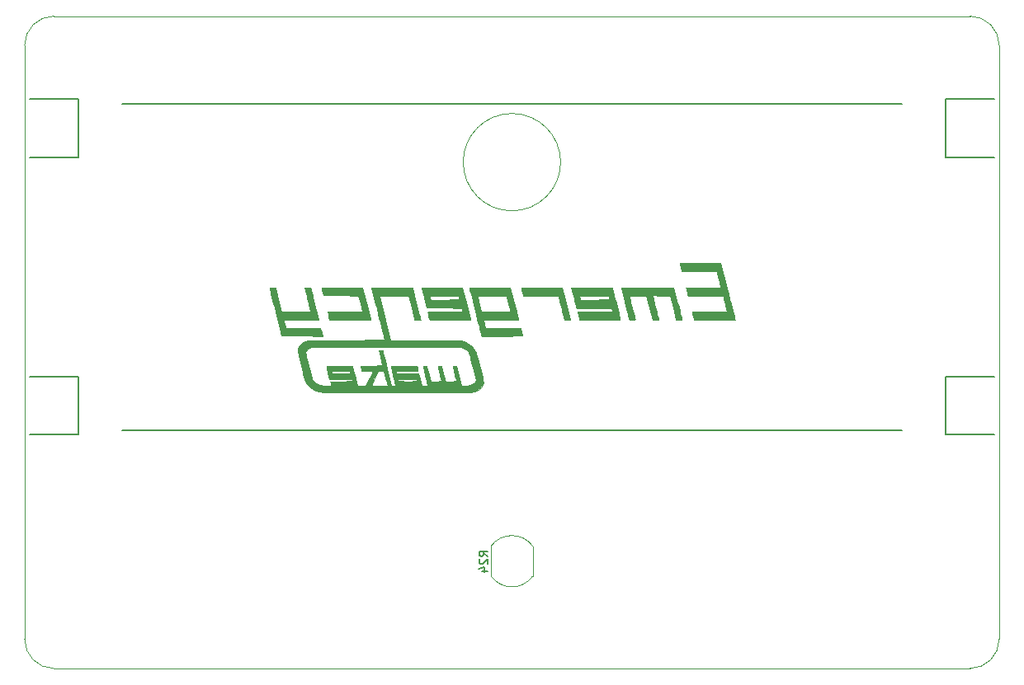
<source format=gbr>
G04 #@! TF.GenerationSoftware,KiCad,Pcbnew,5.1.5-52549c5~84~ubuntu16.04.1*
G04 #@! TF.CreationDate,2020-02-20T20:55:12+01:00*
G04 #@! TF.ProjectId,EmergencyWake,456d6572-6765-46e6-9379-57616b652e6b,rev?*
G04 #@! TF.SameCoordinates,PX5f5e100PY5f5e100*
G04 #@! TF.FileFunction,Legend,Bot*
G04 #@! TF.FilePolarity,Positive*
%FSLAX46Y46*%
G04 Gerber Fmt 4.6, Leading zero omitted, Abs format (unit mm)*
G04 Created by KiCad (PCBNEW 5.1.5-52549c5~84~ubuntu16.04.1) date 2020-02-20 20:55:12*
%MOMM*%
%LPD*%
G04 APERTURE LIST*
%ADD10C,0.150000*%
%ADD11C,0.050000*%
%ADD12C,0.010000*%
%ADD13C,0.120000*%
G04 APERTURE END LIST*
D10*
X94500000Y-43000000D02*
X99500000Y-43000000D01*
X94500000Y-37000000D02*
X94500000Y-43000000D01*
X99500000Y-37000000D02*
X94500000Y-37000000D01*
X5500000Y-43000000D02*
X500000Y-43000000D01*
X5500000Y-37000000D02*
X5500000Y-43000000D01*
X500000Y-37000000D02*
X5500000Y-37000000D01*
X94500000Y-14500000D02*
X99500000Y-14500000D01*
X94500000Y-8500000D02*
X94500000Y-14500000D01*
X99500000Y-8500000D02*
X94500000Y-8500000D01*
X5500000Y-14500000D02*
X500000Y-14500000D01*
X5500000Y-8500000D02*
X5500000Y-14500000D01*
X500000Y-8500000D02*
X5500000Y-8500000D01*
D11*
X55000000Y-15000000D02*
G75*
G03X55000000Y-15000000I-5000000J0D01*
G01*
X3000000Y-67000000D02*
G75*
G02X0Y-64000000I0J3000000D01*
G01*
X100000000Y-64000000D02*
G75*
G02X97000000Y-67000000I-3000000J0D01*
G01*
X97000000Y0D02*
G75*
G02X100000000Y-3000000I0J-3000000D01*
G01*
X0Y-3000000D02*
G75*
G02X3000000Y0I3000000J0D01*
G01*
X0Y-64000000D02*
X0Y-3000000D01*
X97000000Y-67000000D02*
X3000000Y-67000000D01*
X100000000Y-3000000D02*
X100000000Y-64000000D01*
X3000000Y0D02*
X97000000Y0D01*
D10*
X90000000Y-42500000D02*
X10000000Y-42500000D01*
X90000000Y-9000000D02*
X10000000Y-9000000D01*
D12*
G36*
X30479887Y-27946187D02*
G01*
X30500818Y-28033337D01*
X30533984Y-28174251D01*
X30572626Y-28340185D01*
X30577059Y-28359333D01*
X30650533Y-28676833D01*
X32453480Y-28687867D01*
X34256427Y-28698900D01*
X34467305Y-29513367D01*
X34678183Y-30327833D01*
X32884899Y-30338872D01*
X31091616Y-30349910D01*
X31115101Y-30444705D01*
X31135918Y-30531402D01*
X31168995Y-30671949D01*
X31207590Y-30837691D01*
X31212061Y-30857000D01*
X31285537Y-31174500D01*
X35497479Y-31196458D01*
X35467869Y-31079646D01*
X35451094Y-31012952D01*
X35416245Y-30874014D01*
X35365801Y-30672719D01*
X35302238Y-30418957D01*
X35228033Y-30122617D01*
X35145664Y-29793588D01*
X35057607Y-29441761D01*
X35051577Y-29417667D01*
X34664894Y-27872500D01*
X32560542Y-27861521D01*
X30456189Y-27850542D01*
X30479887Y-27946187D01*
G37*
X30479887Y-27946187D02*
X30500818Y-28033337D01*
X30533984Y-28174251D01*
X30572626Y-28340185D01*
X30577059Y-28359333D01*
X30650533Y-28676833D01*
X32453480Y-28687867D01*
X34256427Y-28698900D01*
X34467305Y-29513367D01*
X34678183Y-30327833D01*
X32884899Y-30338872D01*
X31091616Y-30349910D01*
X31115101Y-30444705D01*
X31135918Y-30531402D01*
X31168995Y-30671949D01*
X31207590Y-30837691D01*
X31212061Y-30857000D01*
X31285537Y-31174500D01*
X35497479Y-31196458D01*
X35467869Y-31079646D01*
X35451094Y-31012952D01*
X35416245Y-30874014D01*
X35365801Y-30672719D01*
X35302238Y-30418957D01*
X35228033Y-30122617D01*
X35145664Y-29793588D01*
X35057607Y-29441761D01*
X35051577Y-29417667D01*
X34664894Y-27872500D01*
X32560542Y-27861521D01*
X30456189Y-27850542D01*
X30479887Y-27946187D01*
G36*
X40726582Y-27944658D02*
G01*
X40745238Y-28011592D01*
X40781180Y-28147690D01*
X40831057Y-28339998D01*
X40891522Y-28575566D01*
X40959227Y-28841442D01*
X40997555Y-28992805D01*
X41238657Y-29946833D01*
X43040519Y-29957868D01*
X44842382Y-29968902D01*
X44870035Y-30084868D01*
X44898944Y-30199634D01*
X44919697Y-30274917D01*
X44920997Y-30292913D01*
X44908309Y-30307742D01*
X44874295Y-30319708D01*
X44811614Y-30329117D01*
X44712929Y-30336274D01*
X44570899Y-30341483D01*
X44378185Y-30345049D01*
X44127449Y-30347277D01*
X43811350Y-30348473D01*
X43422550Y-30348941D01*
X43136834Y-30349000D01*
X42698432Y-30349166D01*
X42337355Y-30349869D01*
X42046262Y-30351412D01*
X41817812Y-30354101D01*
X41644662Y-30358241D01*
X41519473Y-30364137D01*
X41434902Y-30372094D01*
X41383608Y-30382417D01*
X41358249Y-30395410D01*
X41351486Y-30411379D01*
X41353461Y-30423083D01*
X41377337Y-30511205D01*
X41409378Y-30636108D01*
X41416964Y-30666500D01*
X41456684Y-30824394D01*
X41499620Y-30992005D01*
X41505782Y-31015750D01*
X41552597Y-31195667D01*
X45741947Y-31195667D01*
X45711810Y-31079250D01*
X45694993Y-31012622D01*
X45660263Y-30873710D01*
X45610081Y-30672408D01*
X45546910Y-30418609D01*
X45473212Y-30122207D01*
X45391450Y-29793097D01*
X45304086Y-29441172D01*
X45298253Y-29417667D01*
X45211590Y-29068417D01*
X44597098Y-29068417D01*
X44579549Y-29083092D01*
X44522274Y-29094981D01*
X44418543Y-29104325D01*
X44261627Y-29111362D01*
X44044798Y-29116335D01*
X43761327Y-29119484D01*
X43404484Y-29121050D01*
X43117657Y-29121333D01*
X41637980Y-29121333D01*
X41593893Y-28962583D01*
X41565079Y-28846149D01*
X41550140Y-28761046D01*
X41549570Y-28750917D01*
X41567118Y-28736241D01*
X41624394Y-28724352D01*
X41728125Y-28715008D01*
X41885040Y-28707971D01*
X42101869Y-28702998D01*
X42385341Y-28699849D01*
X42742184Y-28698283D01*
X43029011Y-28698000D01*
X44508687Y-28698000D01*
X44552775Y-28856750D01*
X44581588Y-28973184D01*
X44596528Y-29058287D01*
X44597098Y-29068417D01*
X45211590Y-29068417D01*
X44914834Y-27872500D01*
X42805772Y-27861520D01*
X40696710Y-27850539D01*
X40726582Y-27944658D01*
G37*
X40726582Y-27944658D02*
X40745238Y-28011592D01*
X40781180Y-28147690D01*
X40831057Y-28339998D01*
X40891522Y-28575566D01*
X40959227Y-28841442D01*
X40997555Y-28992805D01*
X41238657Y-29946833D01*
X43040519Y-29957868D01*
X44842382Y-29968902D01*
X44870035Y-30084868D01*
X44898944Y-30199634D01*
X44919697Y-30274917D01*
X44920997Y-30292913D01*
X44908309Y-30307742D01*
X44874295Y-30319708D01*
X44811614Y-30329117D01*
X44712929Y-30336274D01*
X44570899Y-30341483D01*
X44378185Y-30345049D01*
X44127449Y-30347277D01*
X43811350Y-30348473D01*
X43422550Y-30348941D01*
X43136834Y-30349000D01*
X42698432Y-30349166D01*
X42337355Y-30349869D01*
X42046262Y-30351412D01*
X41817812Y-30354101D01*
X41644662Y-30358241D01*
X41519473Y-30364137D01*
X41434902Y-30372094D01*
X41383608Y-30382417D01*
X41358249Y-30395410D01*
X41351486Y-30411379D01*
X41353461Y-30423083D01*
X41377337Y-30511205D01*
X41409378Y-30636108D01*
X41416964Y-30666500D01*
X41456684Y-30824394D01*
X41499620Y-30992005D01*
X41505782Y-31015750D01*
X41552597Y-31195667D01*
X45741947Y-31195667D01*
X45711810Y-31079250D01*
X45694993Y-31012622D01*
X45660263Y-30873710D01*
X45610081Y-30672408D01*
X45546910Y-30418609D01*
X45473212Y-30122207D01*
X45391450Y-29793097D01*
X45304086Y-29441172D01*
X45298253Y-29417667D01*
X45211590Y-29068417D01*
X44597098Y-29068417D01*
X44579549Y-29083092D01*
X44522274Y-29094981D01*
X44418543Y-29104325D01*
X44261627Y-29111362D01*
X44044798Y-29116335D01*
X43761327Y-29119484D01*
X43404484Y-29121050D01*
X43117657Y-29121333D01*
X41637980Y-29121333D01*
X41593893Y-28962583D01*
X41565079Y-28846149D01*
X41550140Y-28761046D01*
X41549570Y-28750917D01*
X41567118Y-28736241D01*
X41624394Y-28724352D01*
X41728125Y-28715008D01*
X41885040Y-28707971D01*
X42101869Y-28702998D01*
X42385341Y-28699849D01*
X42742184Y-28698283D01*
X43029011Y-28698000D01*
X44508687Y-28698000D01*
X44552775Y-28856750D01*
X44581588Y-28973184D01*
X44596528Y-29058287D01*
X44597098Y-29068417D01*
X45211590Y-29068417D01*
X44914834Y-27872500D01*
X42805772Y-27861520D01*
X40696710Y-27850539D01*
X40726582Y-27944658D01*
G36*
X51018765Y-28115917D02*
G01*
X51058369Y-28286220D01*
X51097761Y-28449187D01*
X51120563Y-28539250D01*
X51162264Y-28698000D01*
X54754070Y-28698000D01*
X54795031Y-28856750D01*
X54816800Y-28941640D01*
X54856024Y-29095124D01*
X54909270Y-29303746D01*
X54973105Y-29554049D01*
X55044096Y-29832578D01*
X55094772Y-30031500D01*
X55167260Y-30315575D01*
X55233723Y-30575059D01*
X55291034Y-30797812D01*
X55336061Y-30971698D01*
X55365676Y-31084577D01*
X55375796Y-31121583D01*
X55401785Y-31161419D01*
X55462197Y-31184151D01*
X55575571Y-31194063D01*
X55696457Y-31195667D01*
X55852308Y-31193335D01*
X55939972Y-31183437D01*
X55975870Y-31161622D01*
X55976420Y-31123537D01*
X55975932Y-31121583D01*
X55961754Y-31065112D01*
X55929449Y-30935855D01*
X55881355Y-30743182D01*
X55819809Y-30496465D01*
X55747149Y-30205073D01*
X55665712Y-29878377D01*
X55577835Y-29525748D01*
X55558816Y-29449417D01*
X55160644Y-27851333D01*
X50958668Y-27851333D01*
X51018765Y-28115917D01*
G37*
X51018765Y-28115917D02*
X51058369Y-28286220D01*
X51097761Y-28449187D01*
X51120563Y-28539250D01*
X51162264Y-28698000D01*
X54754070Y-28698000D01*
X54795031Y-28856750D01*
X54816800Y-28941640D01*
X54856024Y-29095124D01*
X54909270Y-29303746D01*
X54973105Y-29554049D01*
X55044096Y-29832578D01*
X55094772Y-30031500D01*
X55167260Y-30315575D01*
X55233723Y-30575059D01*
X55291034Y-30797812D01*
X55336061Y-30971698D01*
X55365676Y-31084577D01*
X55375796Y-31121583D01*
X55401785Y-31161419D01*
X55462197Y-31184151D01*
X55575571Y-31194063D01*
X55696457Y-31195667D01*
X55852308Y-31193335D01*
X55939972Y-31183437D01*
X55975870Y-31161622D01*
X55976420Y-31123537D01*
X55975932Y-31121583D01*
X55961754Y-31065112D01*
X55929449Y-30935855D01*
X55881355Y-30743182D01*
X55819809Y-30496465D01*
X55747149Y-30205073D01*
X55665712Y-29878377D01*
X55577835Y-29525748D01*
X55558816Y-29449417D01*
X55160644Y-27851333D01*
X50958668Y-27851333D01*
X51018765Y-28115917D01*
G36*
X56305274Y-28743471D02*
G01*
X56375403Y-29016904D01*
X56441112Y-29272381D01*
X56498559Y-29495020D01*
X56543903Y-29669938D01*
X56573300Y-29782254D01*
X56578512Y-29801804D01*
X56623264Y-29968000D01*
X60209155Y-29968000D01*
X60236922Y-30084417D01*
X60265850Y-30199271D01*
X60286697Y-30274917D01*
X60288002Y-30292946D01*
X60275296Y-30307795D01*
X60241226Y-30319772D01*
X60178439Y-30329183D01*
X60079581Y-30336335D01*
X59937300Y-30341535D01*
X59744241Y-30345089D01*
X59493051Y-30347304D01*
X59176377Y-30348487D01*
X58786866Y-30348945D01*
X58511011Y-30349000D01*
X56713316Y-30349000D01*
X56789173Y-30655917D01*
X56830485Y-30824317D01*
X56866950Y-30975141D01*
X56890911Y-31076716D01*
X56891489Y-31079250D01*
X56917947Y-31195667D01*
X59017578Y-31195667D01*
X59493583Y-31195529D01*
X59891752Y-31194953D01*
X60218916Y-31193697D01*
X60481904Y-31191517D01*
X60687546Y-31188169D01*
X60842674Y-31183411D01*
X60954118Y-31177000D01*
X61028707Y-31168691D01*
X61073273Y-31158243D01*
X61094645Y-31145411D01*
X61099653Y-31129953D01*
X61098265Y-31121583D01*
X61084087Y-31065112D01*
X61051782Y-30935855D01*
X61003688Y-30743182D01*
X60942142Y-30496465D01*
X60869482Y-30205073D01*
X60788045Y-29878377D01*
X60700168Y-29525748D01*
X60681149Y-29449417D01*
X60586221Y-29068417D01*
X59964098Y-29068417D01*
X59946540Y-29083114D01*
X59889229Y-29095016D01*
X59785428Y-29104365D01*
X59628398Y-29111402D01*
X59411401Y-29116369D01*
X59127699Y-29119508D01*
X58770552Y-29121060D01*
X58489368Y-29121333D01*
X57014402Y-29121333D01*
X56965368Y-28957672D01*
X56933975Y-28841691D01*
X56917204Y-28757908D01*
X56916334Y-28746005D01*
X56942726Y-28732171D01*
X57025144Y-28720925D01*
X57168446Y-28712111D01*
X57377492Y-28705570D01*
X57657142Y-28701144D01*
X58012254Y-28698677D01*
X58396011Y-28698000D01*
X59875687Y-28698000D01*
X59919775Y-28856750D01*
X59948588Y-28973184D01*
X59963528Y-29058287D01*
X59964098Y-29068417D01*
X60586221Y-29068417D01*
X60282977Y-27851333D01*
X56076787Y-27851333D01*
X56305274Y-28743471D01*
G37*
X56305274Y-28743471D02*
X56375403Y-29016904D01*
X56441112Y-29272381D01*
X56498559Y-29495020D01*
X56543903Y-29669938D01*
X56573300Y-29782254D01*
X56578512Y-29801804D01*
X56623264Y-29968000D01*
X60209155Y-29968000D01*
X60236922Y-30084417D01*
X60265850Y-30199271D01*
X60286697Y-30274917D01*
X60288002Y-30292946D01*
X60275296Y-30307795D01*
X60241226Y-30319772D01*
X60178439Y-30329183D01*
X60079581Y-30336335D01*
X59937300Y-30341535D01*
X59744241Y-30345089D01*
X59493051Y-30347304D01*
X59176377Y-30348487D01*
X58786866Y-30348945D01*
X58511011Y-30349000D01*
X56713316Y-30349000D01*
X56789173Y-30655917D01*
X56830485Y-30824317D01*
X56866950Y-30975141D01*
X56890911Y-31076716D01*
X56891489Y-31079250D01*
X56917947Y-31195667D01*
X59017578Y-31195667D01*
X59493583Y-31195529D01*
X59891752Y-31194953D01*
X60218916Y-31193697D01*
X60481904Y-31191517D01*
X60687546Y-31188169D01*
X60842674Y-31183411D01*
X60954118Y-31177000D01*
X61028707Y-31168691D01*
X61073273Y-31158243D01*
X61094645Y-31145411D01*
X61099653Y-31129953D01*
X61098265Y-31121583D01*
X61084087Y-31065112D01*
X61051782Y-30935855D01*
X61003688Y-30743182D01*
X60942142Y-30496465D01*
X60869482Y-30205073D01*
X60788045Y-29878377D01*
X60700168Y-29525748D01*
X60681149Y-29449417D01*
X60586221Y-29068417D01*
X59964098Y-29068417D01*
X59946540Y-29083114D01*
X59889229Y-29095016D01*
X59785428Y-29104365D01*
X59628398Y-29111402D01*
X59411401Y-29116369D01*
X59127699Y-29119508D01*
X58770552Y-29121060D01*
X58489368Y-29121333D01*
X57014402Y-29121333D01*
X56965368Y-28957672D01*
X56933975Y-28841691D01*
X56917204Y-28757908D01*
X56916334Y-28746005D01*
X56942726Y-28732171D01*
X57025144Y-28720925D01*
X57168446Y-28712111D01*
X57377492Y-28705570D01*
X57657142Y-28701144D01*
X58012254Y-28698677D01*
X58396011Y-28698000D01*
X59875687Y-28698000D01*
X59919775Y-28856750D01*
X59948588Y-28973184D01*
X59963528Y-29058287D01*
X59964098Y-29068417D01*
X60586221Y-29068417D01*
X60282977Y-27851333D01*
X56076787Y-27851333D01*
X56305274Y-28743471D01*
G36*
X61580118Y-29364750D02*
G01*
X61667993Y-29716354D01*
X61750926Y-30047720D01*
X61826312Y-30348476D01*
X61891547Y-30608254D01*
X61944026Y-30816681D01*
X61981147Y-30963388D01*
X62000016Y-31036917D01*
X62041931Y-31195667D01*
X62336632Y-31195667D01*
X62496145Y-31189701D01*
X62599133Y-31173275D01*
X62631334Y-31151454D01*
X62621172Y-31100404D01*
X62592479Y-30978261D01*
X62547942Y-30795897D01*
X62490249Y-30564185D01*
X62422087Y-30293996D01*
X62346144Y-29996202D01*
X62335000Y-29952755D01*
X62258140Y-29651593D01*
X62188692Y-29376171D01*
X62129349Y-29137433D01*
X62082802Y-28946321D01*
X62051744Y-28813779D01*
X62038866Y-28750751D01*
X62038667Y-28748134D01*
X62063047Y-28730136D01*
X62140848Y-28716551D01*
X62279065Y-28706979D01*
X62484693Y-28701023D01*
X62764726Y-28698287D01*
X62920905Y-28698000D01*
X63803142Y-28698000D01*
X64432992Y-31174500D01*
X64738663Y-31186938D01*
X64887000Y-31191403D01*
X64995297Y-31191667D01*
X65042605Y-31187728D01*
X65043187Y-31186938D01*
X65032976Y-31144357D01*
X65004625Y-31029810D01*
X64960668Y-30853436D01*
X64903636Y-30625372D01*
X64836064Y-30355758D01*
X64760485Y-30054731D01*
X64730496Y-29935422D01*
X64418950Y-28696344D01*
X65312372Y-28707755D01*
X66205794Y-28719167D01*
X66520827Y-29957417D01*
X66835859Y-31195667D01*
X67125430Y-31195667D01*
X67276557Y-31189882D01*
X67379204Y-31174346D01*
X67415000Y-31152937D01*
X67405041Y-31103728D01*
X67376631Y-30981442D01*
X67331970Y-30795111D01*
X67273259Y-30553767D01*
X67202699Y-30266442D01*
X67122491Y-29942169D01*
X67034837Y-29589980D01*
X67007552Y-29480771D01*
X66600104Y-27851333D01*
X61202135Y-27851333D01*
X61580118Y-29364750D01*
G37*
X61580118Y-29364750D02*
X61667993Y-29716354D01*
X61750926Y-30047720D01*
X61826312Y-30348476D01*
X61891547Y-30608254D01*
X61944026Y-30816681D01*
X61981147Y-30963388D01*
X62000016Y-31036917D01*
X62041931Y-31195667D01*
X62336632Y-31195667D01*
X62496145Y-31189701D01*
X62599133Y-31173275D01*
X62631334Y-31151454D01*
X62621172Y-31100404D01*
X62592479Y-30978261D01*
X62547942Y-30795897D01*
X62490249Y-30564185D01*
X62422087Y-30293996D01*
X62346144Y-29996202D01*
X62335000Y-29952755D01*
X62258140Y-29651593D01*
X62188692Y-29376171D01*
X62129349Y-29137433D01*
X62082802Y-28946321D01*
X62051744Y-28813779D01*
X62038866Y-28750751D01*
X62038667Y-28748134D01*
X62063047Y-28730136D01*
X62140848Y-28716551D01*
X62279065Y-28706979D01*
X62484693Y-28701023D01*
X62764726Y-28698287D01*
X62920905Y-28698000D01*
X63803142Y-28698000D01*
X64432992Y-31174500D01*
X64738663Y-31186938D01*
X64887000Y-31191403D01*
X64995297Y-31191667D01*
X65042605Y-31187728D01*
X65043187Y-31186938D01*
X65032976Y-31144357D01*
X65004625Y-31029810D01*
X64960668Y-30853436D01*
X64903636Y-30625372D01*
X64836064Y-30355758D01*
X64760485Y-30054731D01*
X64730496Y-29935422D01*
X64418950Y-28696344D01*
X65312372Y-28707755D01*
X66205794Y-28719167D01*
X66520827Y-29957417D01*
X66835859Y-31195667D01*
X67125430Y-31195667D01*
X67276557Y-31189882D01*
X67379204Y-31174346D01*
X67415000Y-31152937D01*
X67405041Y-31103728D01*
X67376631Y-30981442D01*
X67331970Y-30795111D01*
X67273259Y-30553767D01*
X67202699Y-30266442D01*
X67122491Y-29942169D01*
X67034837Y-29589980D01*
X67007552Y-29480771D01*
X66600104Y-27851333D01*
X61202135Y-27851333D01*
X61580118Y-29364750D01*
G36*
X67837438Y-25360236D02*
G01*
X67631124Y-25362439D01*
X67475403Y-25366301D01*
X67363459Y-25372028D01*
X67288478Y-25379828D01*
X67243646Y-25389908D01*
X67222148Y-25402476D01*
X67217169Y-25417739D01*
X67219002Y-25427353D01*
X67242615Y-25514364D01*
X67275149Y-25640602D01*
X67285481Y-25681750D01*
X67326459Y-25844338D01*
X67368617Y-26009063D01*
X67374299Y-26031000D01*
X67418264Y-26200333D01*
X71010070Y-26200333D01*
X71051840Y-26359083D01*
X71076438Y-26454600D01*
X71116889Y-26613934D01*
X71168562Y-26818748D01*
X71226825Y-27050709D01*
X71260343Y-27184583D01*
X71427077Y-27851333D01*
X69629853Y-27851333D01*
X69192465Y-27851500D01*
X68832387Y-27852207D01*
X68542263Y-27853759D01*
X68314735Y-27856465D01*
X68142449Y-27860630D01*
X68018046Y-27866562D01*
X67934172Y-27874568D01*
X67883469Y-27884954D01*
X67858582Y-27898028D01*
X67852152Y-27914096D01*
X67854128Y-27925417D01*
X67877654Y-28012147D01*
X67910133Y-28138207D01*
X67920481Y-28179417D01*
X67961459Y-28342005D01*
X68003617Y-28506730D01*
X68009299Y-28528667D01*
X68053264Y-28698000D01*
X71645070Y-28698000D01*
X71686840Y-28856750D01*
X71711438Y-28952267D01*
X71751889Y-29111600D01*
X71803562Y-29316415D01*
X71861825Y-29548376D01*
X71895343Y-29682250D01*
X72062077Y-30349000D01*
X70267705Y-30349000D01*
X69887170Y-30349575D01*
X69534155Y-30351218D01*
X69217365Y-30353807D01*
X68945506Y-30357219D01*
X68727283Y-30361333D01*
X68571401Y-30366025D01*
X68486565Y-30371173D01*
X68473334Y-30374234D01*
X68483904Y-30426044D01*
X68511042Y-30531933D01*
X68534544Y-30617651D01*
X68580929Y-30786055D01*
X68626523Y-30956318D01*
X68642009Y-31015750D01*
X68688264Y-31195667D01*
X70782132Y-31195667D01*
X71194101Y-31195045D01*
X71579133Y-31193262D01*
X71929180Y-31190440D01*
X72236192Y-31186701D01*
X72492120Y-31182167D01*
X72688916Y-31176960D01*
X72818531Y-31171203D01*
X72872916Y-31165017D01*
X72874100Y-31163917D01*
X72863633Y-31118606D01*
X72833995Y-30997890D01*
X72786857Y-30808423D01*
X72723894Y-30556861D01*
X72646778Y-30249857D01*
X72557184Y-29894068D01*
X72456783Y-29496148D01*
X72347251Y-29062751D01*
X72230259Y-28600534D01*
X72142313Y-28253500D01*
X71412427Y-25374833D01*
X69304901Y-25363853D01*
X68828075Y-25361499D01*
X68429099Y-25359973D01*
X68101158Y-25359483D01*
X67837438Y-25360236D01*
G37*
X67837438Y-25360236D02*
X67631124Y-25362439D01*
X67475403Y-25366301D01*
X67363459Y-25372028D01*
X67288478Y-25379828D01*
X67243646Y-25389908D01*
X67222148Y-25402476D01*
X67217169Y-25417739D01*
X67219002Y-25427353D01*
X67242615Y-25514364D01*
X67275149Y-25640602D01*
X67285481Y-25681750D01*
X67326459Y-25844338D01*
X67368617Y-26009063D01*
X67374299Y-26031000D01*
X67418264Y-26200333D01*
X71010070Y-26200333D01*
X71051840Y-26359083D01*
X71076438Y-26454600D01*
X71116889Y-26613934D01*
X71168562Y-26818748D01*
X71226825Y-27050709D01*
X71260343Y-27184583D01*
X71427077Y-27851333D01*
X69629853Y-27851333D01*
X69192465Y-27851500D01*
X68832387Y-27852207D01*
X68542263Y-27853759D01*
X68314735Y-27856465D01*
X68142449Y-27860630D01*
X68018046Y-27866562D01*
X67934172Y-27874568D01*
X67883469Y-27884954D01*
X67858582Y-27898028D01*
X67852152Y-27914096D01*
X67854128Y-27925417D01*
X67877654Y-28012147D01*
X67910133Y-28138207D01*
X67920481Y-28179417D01*
X67961459Y-28342005D01*
X68003617Y-28506730D01*
X68009299Y-28528667D01*
X68053264Y-28698000D01*
X71645070Y-28698000D01*
X71686840Y-28856750D01*
X71711438Y-28952267D01*
X71751889Y-29111600D01*
X71803562Y-29316415D01*
X71861825Y-29548376D01*
X71895343Y-29682250D01*
X72062077Y-30349000D01*
X70267705Y-30349000D01*
X69887170Y-30349575D01*
X69534155Y-30351218D01*
X69217365Y-30353807D01*
X68945506Y-30357219D01*
X68727283Y-30361333D01*
X68571401Y-30366025D01*
X68486565Y-30371173D01*
X68473334Y-30374234D01*
X68483904Y-30426044D01*
X68511042Y-30531933D01*
X68534544Y-30617651D01*
X68580929Y-30786055D01*
X68626523Y-30956318D01*
X68642009Y-31015750D01*
X68688264Y-31195667D01*
X70782132Y-31195667D01*
X71194101Y-31195045D01*
X71579133Y-31193262D01*
X71929180Y-31190440D01*
X72236192Y-31186701D01*
X72492120Y-31182167D01*
X72688916Y-31176960D01*
X72818531Y-31171203D01*
X72872916Y-31165017D01*
X72874100Y-31163917D01*
X72863633Y-31118606D01*
X72833995Y-30997890D01*
X72786857Y-30808423D01*
X72723894Y-30556861D01*
X72646778Y-30249857D01*
X72557184Y-29894068D01*
X72456783Y-29496148D01*
X72347251Y-29062751D01*
X72230259Y-28600534D01*
X72142313Y-28253500D01*
X71412427Y-25374833D01*
X69304901Y-25363853D01*
X68828075Y-25361499D01*
X68429099Y-25359973D01*
X68101158Y-25359483D01*
X67837438Y-25360236D01*
G36*
X28871223Y-27855511D02*
G01*
X28766119Y-27866500D01*
X28722818Y-27881984D01*
X28722654Y-27883083D01*
X28732892Y-27930632D01*
X28761698Y-28049731D01*
X28806458Y-28229959D01*
X28864560Y-28460892D01*
X28933392Y-28732106D01*
X29010340Y-29033179D01*
X29035683Y-29131917D01*
X29348393Y-30349000D01*
X26364409Y-30349000D01*
X26047401Y-29110750D01*
X25730394Y-27872500D01*
X25427197Y-27860062D01*
X25279698Y-27858289D01*
X25172387Y-27865165D01*
X25126210Y-27879221D01*
X25125766Y-27881229D01*
X25136279Y-27927213D01*
X25165954Y-28047997D01*
X25212965Y-28236352D01*
X25275488Y-28485052D01*
X25351698Y-28786871D01*
X25439772Y-29134583D01*
X25537883Y-29520961D01*
X25644208Y-29938779D01*
X25754205Y-30370167D01*
X26380879Y-32825500D01*
X28478106Y-32836476D01*
X30575334Y-32847451D01*
X30469083Y-32423726D01*
X30362833Y-32000000D01*
X26778264Y-32000000D01*
X26736953Y-31841250D01*
X26702489Y-31707988D01*
X26659269Y-31539791D01*
X26633506Y-31439083D01*
X26571371Y-31195667D01*
X28369372Y-31195667D01*
X28806854Y-31195500D01*
X29167023Y-31194794D01*
X29457231Y-31193244D01*
X29684831Y-31190542D01*
X29857174Y-31186382D01*
X29981615Y-31180456D01*
X30065506Y-31172459D01*
X30116199Y-31162083D01*
X30141048Y-31149021D01*
X30147404Y-31132968D01*
X30145344Y-31121583D01*
X30130159Y-31064302D01*
X30096913Y-30934828D01*
X30048123Y-30743093D01*
X29986304Y-30499033D01*
X29913974Y-30212580D01*
X29833651Y-29893669D01*
X29761893Y-29608167D01*
X29675610Y-29265097D01*
X29594129Y-28942153D01*
X29520170Y-28650038D01*
X29456452Y-28399452D01*
X29405696Y-28201099D01*
X29370621Y-28065679D01*
X29355746Y-28010083D01*
X29311021Y-27851333D01*
X29016677Y-27851333D01*
X28871223Y-27855511D01*
G37*
X28871223Y-27855511D02*
X28766119Y-27866500D01*
X28722818Y-27881984D01*
X28722654Y-27883083D01*
X28732892Y-27930632D01*
X28761698Y-28049731D01*
X28806458Y-28229959D01*
X28864560Y-28460892D01*
X28933392Y-28732106D01*
X29010340Y-29033179D01*
X29035683Y-29131917D01*
X29348393Y-30349000D01*
X26364409Y-30349000D01*
X26047401Y-29110750D01*
X25730394Y-27872500D01*
X25427197Y-27860062D01*
X25279698Y-27858289D01*
X25172387Y-27865165D01*
X25126210Y-27879221D01*
X25125766Y-27881229D01*
X25136279Y-27927213D01*
X25165954Y-28047997D01*
X25212965Y-28236352D01*
X25275488Y-28485052D01*
X25351698Y-28786871D01*
X25439772Y-29134583D01*
X25537883Y-29520961D01*
X25644208Y-29938779D01*
X25754205Y-30370167D01*
X26380879Y-32825500D01*
X28478106Y-32836476D01*
X30575334Y-32847451D01*
X30469083Y-32423726D01*
X30362833Y-32000000D01*
X26778264Y-32000000D01*
X26736953Y-31841250D01*
X26702489Y-31707988D01*
X26659269Y-31539791D01*
X26633506Y-31439083D01*
X26571371Y-31195667D01*
X28369372Y-31195667D01*
X28806854Y-31195500D01*
X29167023Y-31194794D01*
X29457231Y-31193244D01*
X29684831Y-31190542D01*
X29857174Y-31186382D01*
X29981615Y-31180456D01*
X30065506Y-31172459D01*
X30116199Y-31162083D01*
X30141048Y-31149021D01*
X30147404Y-31132968D01*
X30145344Y-31121583D01*
X30130159Y-31064302D01*
X30096913Y-30934828D01*
X30048123Y-30743093D01*
X29986304Y-30499033D01*
X29913974Y-30212580D01*
X29833651Y-29893669D01*
X29761893Y-29608167D01*
X29675610Y-29265097D01*
X29594129Y-28942153D01*
X29520170Y-28650038D01*
X29456452Y-28399452D01*
X29405696Y-28201099D01*
X29370621Y-28065679D01*
X29355746Y-28010083D01*
X29311021Y-27851333D01*
X29016677Y-27851333D01*
X28871223Y-27855511D01*
G36*
X46247898Y-27857896D02*
G01*
X46041567Y-27860095D01*
X45885854Y-27863950D01*
X45773949Y-27869669D01*
X45699043Y-27877460D01*
X45654326Y-27887529D01*
X45632990Y-27900084D01*
X45628224Y-27915332D01*
X45630223Y-27925020D01*
X45644684Y-27979056D01*
X45677982Y-28107439D01*
X45728144Y-28302446D01*
X45793196Y-28556354D01*
X45871163Y-28861442D01*
X45960070Y-29209986D01*
X46057944Y-29594264D01*
X46162810Y-30006555D01*
X46228307Y-30264333D01*
X46337195Y-30692961D01*
X46440844Y-31100807D01*
X46537193Y-31479769D01*
X46624182Y-31821747D01*
X46699747Y-32118640D01*
X46761829Y-32362346D01*
X46808364Y-32544767D01*
X46837292Y-32657799D01*
X46845071Y-32687917D01*
X46886597Y-32846667D01*
X48983318Y-32846667D01*
X49458929Y-32846529D01*
X49856700Y-32845956D01*
X50183458Y-32844701D01*
X50446029Y-32842523D01*
X50651239Y-32839177D01*
X50805916Y-32834420D01*
X50916885Y-32828007D01*
X50990974Y-32819695D01*
X51035009Y-32809241D01*
X51055816Y-32796400D01*
X51060221Y-32780930D01*
X51058540Y-32772583D01*
X51034664Y-32684461D01*
X51002623Y-32559559D01*
X50995037Y-32529167D01*
X50955317Y-32371272D01*
X50912381Y-32203661D01*
X50906219Y-32179917D01*
X50859404Y-32000000D01*
X47274730Y-32000000D01*
X47184865Y-31641698D01*
X47144258Y-31475028D01*
X47113200Y-31338483D01*
X47096545Y-31253782D01*
X47095000Y-31239532D01*
X47134746Y-31227192D01*
X47254529Y-31216917D01*
X47455166Y-31208686D01*
X47737477Y-31202479D01*
X48102280Y-31198276D01*
X48550392Y-31196056D01*
X48876364Y-31195667D01*
X50657728Y-31195667D01*
X50632141Y-31079250D01*
X50616166Y-31012695D01*
X50581836Y-30873949D01*
X50531628Y-30672887D01*
X50468020Y-30419380D01*
X50436587Y-30294507D01*
X49831800Y-30294507D01*
X49818223Y-30310314D01*
X49781472Y-30322740D01*
X49713513Y-30332190D01*
X49606316Y-30339067D01*
X49451847Y-30343775D01*
X49242075Y-30346717D01*
X48968967Y-30348297D01*
X48624491Y-30348919D01*
X48356045Y-30349000D01*
X46859717Y-30349000D01*
X46674071Y-29597583D01*
X46613568Y-29352872D01*
X46559163Y-29133167D01*
X46514482Y-28953082D01*
X46483150Y-28827234D01*
X46469276Y-28772083D01*
X46468534Y-28752413D01*
X46482924Y-28736559D01*
X46520527Y-28724111D01*
X46589426Y-28714661D01*
X46697704Y-28707801D01*
X46853441Y-28703120D01*
X47064722Y-28700211D01*
X47339627Y-28698663D01*
X47686240Y-28698069D01*
X47933447Y-28698000D01*
X49416768Y-28698000D01*
X49460644Y-28835583D01*
X49486389Y-28925459D01*
X49527262Y-29078758D01*
X49578355Y-29276642D01*
X49634765Y-29500269D01*
X49656307Y-29587000D01*
X49711355Y-29808613D01*
X49760603Y-30005022D01*
X49799849Y-30159600D01*
X49824888Y-30255721D01*
X49830233Y-30274917D01*
X49831800Y-30294507D01*
X50436587Y-30294507D01*
X50393490Y-30123302D01*
X50310515Y-29794527D01*
X50221572Y-29442928D01*
X50215174Y-29417667D01*
X49823794Y-27872500D01*
X47715585Y-27861520D01*
X47238690Y-27859166D01*
X46839650Y-27857639D01*
X46511656Y-27857147D01*
X46247898Y-27857896D01*
G37*
X46247898Y-27857896D02*
X46041567Y-27860095D01*
X45885854Y-27863950D01*
X45773949Y-27869669D01*
X45699043Y-27877460D01*
X45654326Y-27887529D01*
X45632990Y-27900084D01*
X45628224Y-27915332D01*
X45630223Y-27925020D01*
X45644684Y-27979056D01*
X45677982Y-28107439D01*
X45728144Y-28302446D01*
X45793196Y-28556354D01*
X45871163Y-28861442D01*
X45960070Y-29209986D01*
X46057944Y-29594264D01*
X46162810Y-30006555D01*
X46228307Y-30264333D01*
X46337195Y-30692961D01*
X46440844Y-31100807D01*
X46537193Y-31479769D01*
X46624182Y-31821747D01*
X46699747Y-32118640D01*
X46761829Y-32362346D01*
X46808364Y-32544767D01*
X46837292Y-32657799D01*
X46845071Y-32687917D01*
X46886597Y-32846667D01*
X48983318Y-32846667D01*
X49458929Y-32846529D01*
X49856700Y-32845956D01*
X50183458Y-32844701D01*
X50446029Y-32842523D01*
X50651239Y-32839177D01*
X50805916Y-32834420D01*
X50916885Y-32828007D01*
X50990974Y-32819695D01*
X51035009Y-32809241D01*
X51055816Y-32796400D01*
X51060221Y-32780930D01*
X51058540Y-32772583D01*
X51034664Y-32684461D01*
X51002623Y-32559559D01*
X50995037Y-32529167D01*
X50955317Y-32371272D01*
X50912381Y-32203661D01*
X50906219Y-32179917D01*
X50859404Y-32000000D01*
X47274730Y-32000000D01*
X47184865Y-31641698D01*
X47144258Y-31475028D01*
X47113200Y-31338483D01*
X47096545Y-31253782D01*
X47095000Y-31239532D01*
X47134746Y-31227192D01*
X47254529Y-31216917D01*
X47455166Y-31208686D01*
X47737477Y-31202479D01*
X48102280Y-31198276D01*
X48550392Y-31196056D01*
X48876364Y-31195667D01*
X50657728Y-31195667D01*
X50632141Y-31079250D01*
X50616166Y-31012695D01*
X50581836Y-30873949D01*
X50531628Y-30672887D01*
X50468020Y-30419380D01*
X50436587Y-30294507D01*
X49831800Y-30294507D01*
X49818223Y-30310314D01*
X49781472Y-30322740D01*
X49713513Y-30332190D01*
X49606316Y-30339067D01*
X49451847Y-30343775D01*
X49242075Y-30346717D01*
X48968967Y-30348297D01*
X48624491Y-30348919D01*
X48356045Y-30349000D01*
X46859717Y-30349000D01*
X46674071Y-29597583D01*
X46613568Y-29352872D01*
X46559163Y-29133167D01*
X46514482Y-28953082D01*
X46483150Y-28827234D01*
X46469276Y-28772083D01*
X46468534Y-28752413D01*
X46482924Y-28736559D01*
X46520527Y-28724111D01*
X46589426Y-28714661D01*
X46697704Y-28707801D01*
X46853441Y-28703120D01*
X47064722Y-28700211D01*
X47339627Y-28698663D01*
X47686240Y-28698069D01*
X47933447Y-28698000D01*
X49416768Y-28698000D01*
X49460644Y-28835583D01*
X49486389Y-28925459D01*
X49527262Y-29078758D01*
X49578355Y-29276642D01*
X49634765Y-29500269D01*
X49656307Y-29587000D01*
X49711355Y-29808613D01*
X49760603Y-30005022D01*
X49799849Y-30159600D01*
X49824888Y-30255721D01*
X49830233Y-30274917D01*
X49831800Y-30294507D01*
X50436587Y-30294507D01*
X50393490Y-30123302D01*
X50310515Y-29794527D01*
X50221572Y-29442928D01*
X50215174Y-29417667D01*
X49823794Y-27872500D01*
X47715585Y-27861520D01*
X47238690Y-27859166D01*
X46839650Y-27857639D01*
X46511656Y-27857147D01*
X46247898Y-27857896D01*
G36*
X36213931Y-27857900D02*
G01*
X36007774Y-27860104D01*
X35852215Y-27863967D01*
X35740440Y-27869695D01*
X35665635Y-27877498D01*
X35620988Y-27887581D01*
X35599685Y-27900154D01*
X35594913Y-27915424D01*
X35596858Y-27925020D01*
X35610836Y-27978332D01*
X35643449Y-28106567D01*
X35692881Y-28302486D01*
X35757318Y-28558851D01*
X35834945Y-28868424D01*
X35923947Y-29223967D01*
X36022510Y-29618242D01*
X36128819Y-30044011D01*
X36241059Y-30494036D01*
X36257667Y-30560667D01*
X36370611Y-31013585D01*
X36477882Y-31443283D01*
X36577666Y-31842524D01*
X36668149Y-32204072D01*
X36747518Y-32520689D01*
X36813957Y-32785140D01*
X36865652Y-32990187D01*
X36900789Y-33128594D01*
X36917553Y-33193125D01*
X36918350Y-33195917D01*
X36918832Y-33208598D01*
X36908761Y-33219748D01*
X36883067Y-33229464D01*
X36836680Y-33237844D01*
X36764530Y-33244987D01*
X36661546Y-33250991D01*
X36522659Y-33255954D01*
X36342797Y-33259975D01*
X36116890Y-33263151D01*
X35839869Y-33265581D01*
X35506664Y-33267363D01*
X35112203Y-33268596D01*
X34651416Y-33269377D01*
X34119234Y-33269805D01*
X33510586Y-33269978D01*
X33094414Y-33270000D01*
X32410238Y-33269982D01*
X31805323Y-33270148D01*
X31274263Y-33270824D01*
X30811651Y-33272337D01*
X30412082Y-33275014D01*
X30070150Y-33279183D01*
X29780449Y-33285170D01*
X29537573Y-33293303D01*
X29336116Y-33303909D01*
X29170673Y-33317315D01*
X29035836Y-33333848D01*
X28926201Y-33353835D01*
X28836361Y-33377604D01*
X28760911Y-33405481D01*
X28694444Y-33437793D01*
X28631555Y-33474868D01*
X28566837Y-33517032D01*
X28522232Y-33546661D01*
X28293292Y-33742562D01*
X28136978Y-33977014D01*
X28056849Y-34243689D01*
X28046470Y-34391833D01*
X28057435Y-34503701D01*
X28087866Y-34684351D01*
X28134651Y-34920966D01*
X28194676Y-35200727D01*
X28264829Y-35510815D01*
X28341998Y-35838413D01*
X28423069Y-36170703D01*
X28504931Y-36494867D01*
X28584469Y-36798085D01*
X28658573Y-37067541D01*
X28724129Y-37290416D01*
X28778024Y-37453891D01*
X28808016Y-37527940D01*
X28986115Y-37806323D01*
X29235092Y-38059192D01*
X29542823Y-38277748D01*
X29897187Y-38453195D01*
X30236446Y-38564551D01*
X30277816Y-38574642D01*
X30322047Y-38583865D01*
X30372923Y-38592256D01*
X30434232Y-38599852D01*
X30509760Y-38606692D01*
X30603292Y-38612811D01*
X30718614Y-38618246D01*
X30859513Y-38623036D01*
X31029775Y-38627216D01*
X31233185Y-38630825D01*
X31473529Y-38633898D01*
X31754595Y-38636474D01*
X32080166Y-38638589D01*
X32454031Y-38640280D01*
X32879974Y-38641584D01*
X33361781Y-38642539D01*
X33903240Y-38643181D01*
X34508135Y-38643548D01*
X35180252Y-38643676D01*
X35923379Y-38643603D01*
X36741300Y-38643366D01*
X37637802Y-38643001D01*
X38222356Y-38642733D01*
X39216921Y-38642144D01*
X40129863Y-38641335D01*
X40964221Y-38640286D01*
X41723040Y-38638974D01*
X42409361Y-38637378D01*
X43026225Y-38635475D01*
X43576676Y-38633246D01*
X44063754Y-38630666D01*
X44490503Y-38627716D01*
X44859963Y-38624373D01*
X45175178Y-38620616D01*
X45439190Y-38616423D01*
X45655039Y-38611771D01*
X45825769Y-38606641D01*
X45954422Y-38601010D01*
X46044039Y-38594855D01*
X46097663Y-38588157D01*
X46105099Y-38586568D01*
X46417155Y-38475601D01*
X46674022Y-38311248D01*
X46869478Y-38100559D01*
X46997302Y-37850579D01*
X47051274Y-37568359D01*
X47052667Y-37512983D01*
X47041823Y-37417598D01*
X47035246Y-37382054D01*
X46309440Y-37382054D01*
X46225970Y-37534514D01*
X46091596Y-37711427D01*
X45905946Y-37838769D01*
X45662560Y-37919070D01*
X45354978Y-37954861D01*
X45149027Y-37956329D01*
X44790554Y-37947833D01*
X44284660Y-35894667D01*
X44102330Y-35894667D01*
X43978133Y-35904329D01*
X43924460Y-35936055D01*
X43920000Y-35955985D01*
X43929958Y-36010909D01*
X43957134Y-36131491D01*
X43997489Y-36301436D01*
X44046980Y-36504449D01*
X44101566Y-36724234D01*
X44157206Y-36944496D01*
X44209857Y-37148939D01*
X44255479Y-37321269D01*
X44285401Y-37429250D01*
X44287618Y-37459113D01*
X44265712Y-37479701D01*
X44207103Y-37492715D01*
X44099211Y-37499855D01*
X43929457Y-37502821D01*
X43737396Y-37503333D01*
X43168086Y-37503333D01*
X42967500Y-36699000D01*
X42766915Y-35894667D01*
X42581458Y-35894667D01*
X42461625Y-35901874D01*
X42406460Y-35928439D01*
X42396000Y-35966440D01*
X42406088Y-36024398D01*
X42433606Y-36147731D01*
X42474440Y-36319934D01*
X42524474Y-36524504D01*
X42579593Y-36744935D01*
X42635680Y-36964724D01*
X42688621Y-37167367D01*
X42734299Y-37336358D01*
X42760771Y-37429250D01*
X42763268Y-37459146D01*
X42741579Y-37479745D01*
X42683120Y-37492753D01*
X42575311Y-37499878D01*
X42405569Y-37502830D01*
X42215024Y-37503333D01*
X41647342Y-37503333D01*
X41465338Y-36794250D01*
X41390121Y-36500728D01*
X41332140Y-36278961D01*
X41286686Y-36118931D01*
X41249047Y-36010620D01*
X41214515Y-35944011D01*
X41178378Y-35909085D01*
X41135928Y-35895824D01*
X41082453Y-35894211D01*
X41042382Y-35894667D01*
X40925158Y-35904634D01*
X40875941Y-35938273D01*
X40872000Y-35959581D01*
X40881956Y-36018026D01*
X40909847Y-36145873D01*
X40952709Y-36330476D01*
X41007579Y-36559190D01*
X41071493Y-36819372D01*
X41104834Y-36953000D01*
X41171910Y-37222353D01*
X41231423Y-37464895D01*
X41280428Y-37668342D01*
X41315985Y-37820405D01*
X41335151Y-37908799D01*
X41337667Y-37925252D01*
X41298067Y-37948645D01*
X41189820Y-37963998D01*
X41043324Y-37969000D01*
X40748980Y-37969000D01*
X40711208Y-37831417D01*
X40686274Y-37735966D01*
X40647037Y-37580462D01*
X40616673Y-37458108D01*
X40221338Y-37458108D01*
X40198913Y-37474615D01*
X40143366Y-37486594D01*
X40044974Y-37494749D01*
X39894015Y-37499782D01*
X39680768Y-37502396D01*
X39395509Y-37503294D01*
X39293967Y-37503333D01*
X38986805Y-37503159D01*
X38753724Y-37501949D01*
X38584143Y-37498672D01*
X38467476Y-37492296D01*
X38393139Y-37481791D01*
X38350549Y-37466126D01*
X38329120Y-37444268D01*
X38318270Y-37415187D01*
X38316349Y-37408083D01*
X38295905Y-37320213D01*
X38290245Y-37281083D01*
X38330415Y-37271958D01*
X38443310Y-37263859D01*
X38616994Y-37257183D01*
X38839527Y-37252328D01*
X39098971Y-37249694D01*
X39242167Y-37249333D01*
X39556340Y-37250098D01*
X39795324Y-37252790D01*
X39968590Y-37258006D01*
X40085604Y-37266343D01*
X40155836Y-37278398D01*
X40188755Y-37294767D01*
X40194667Y-37309371D01*
X40209517Y-37402463D01*
X40220363Y-37436371D01*
X40221338Y-37458108D01*
X40616673Y-37458108D01*
X40599064Y-37387153D01*
X40552330Y-37196417D01*
X40431224Y-36699000D01*
X39275779Y-36699000D01*
X38972886Y-36697886D01*
X38699623Y-36694744D01*
X38466844Y-36689871D01*
X38285406Y-36683566D01*
X38166164Y-36676127D01*
X38119973Y-36667852D01*
X38119756Y-36667250D01*
X38109308Y-36604825D01*
X38093652Y-36540250D01*
X38068126Y-36445000D01*
X39218916Y-36445000D01*
X39561042Y-36444698D01*
X39827605Y-36443392D01*
X40027708Y-36440487D01*
X40170454Y-36435384D01*
X40264944Y-36427485D01*
X40320283Y-36416194D01*
X40345572Y-36400912D01*
X40349914Y-36381043D01*
X40347601Y-36370917D01*
X40324565Y-36286543D01*
X40291808Y-36158628D01*
X40276222Y-36095750D01*
X40226949Y-35894667D01*
X38898475Y-35894667D01*
X38466832Y-35896056D01*
X38119767Y-35900226D01*
X37857240Y-35907178D01*
X37679209Y-35916912D01*
X37585630Y-35929431D01*
X37570000Y-35938414D01*
X37579909Y-35990532D01*
X37607674Y-36112436D01*
X37650353Y-36291839D01*
X37705002Y-36516455D01*
X37768681Y-36773997D01*
X37802834Y-36910666D01*
X37870081Y-37181715D01*
X37929716Y-37427587D01*
X37978772Y-37635597D01*
X38014283Y-37793061D01*
X38033283Y-37887294D01*
X38035667Y-37906405D01*
X38018367Y-37947494D01*
X37953845Y-37963509D01*
X37838744Y-37960736D01*
X37641820Y-37947833D01*
X37639126Y-37937250D01*
X37232275Y-37937250D01*
X37191778Y-37946992D01*
X37079435Y-37955524D01*
X36908065Y-37962357D01*
X36690487Y-37967001D01*
X36439517Y-37968966D01*
X36401305Y-37969000D01*
X36105502Y-37967855D01*
X35885756Y-37964046D01*
X35733485Y-37957012D01*
X35640104Y-37946190D01*
X35597032Y-37931018D01*
X35592722Y-37916083D01*
X35616669Y-37862240D01*
X35670186Y-37744772D01*
X35747222Y-37576866D01*
X35841729Y-37371707D01*
X35942288Y-37154083D01*
X36270407Y-36445000D01*
X36873950Y-36445000D01*
X37053583Y-37175250D01*
X37111522Y-37412698D01*
X37161580Y-37621505D01*
X37200517Y-37787856D01*
X37225095Y-37897941D01*
X37232275Y-37937250D01*
X37639126Y-37937250D01*
X37183663Y-36148667D01*
X37088009Y-35772894D01*
X36999074Y-35423252D01*
X36918981Y-35108099D01*
X36849849Y-34835793D01*
X36793801Y-34614692D01*
X36752957Y-34453155D01*
X36729438Y-34359539D01*
X36724420Y-34338917D01*
X36686469Y-34329875D01*
X36596907Y-34327429D01*
X36488259Y-34330516D01*
X36393051Y-34338073D01*
X36343809Y-34349037D01*
X36342334Y-34351405D01*
X36352042Y-34397453D01*
X36378483Y-34509353D01*
X36417629Y-34670877D01*
X36465453Y-34865793D01*
X36517929Y-35077874D01*
X36571030Y-35290888D01*
X36620728Y-35488607D01*
X36662997Y-35654800D01*
X36693811Y-35773238D01*
X36706866Y-35820583D01*
X36708766Y-35842617D01*
X36693638Y-35859804D01*
X36652377Y-35872742D01*
X36575881Y-35882029D01*
X36455045Y-35888263D01*
X36280765Y-35892041D01*
X36043939Y-35893961D01*
X35735462Y-35894621D01*
X35578657Y-35894667D01*
X35223536Y-35895457D01*
X34945551Y-35898064D01*
X34737182Y-35902839D01*
X34590913Y-35910134D01*
X34499224Y-35920301D01*
X34454598Y-35933691D01*
X34447941Y-35947583D01*
X34468970Y-36016589D01*
X34501521Y-36136008D01*
X34523974Y-36222750D01*
X34580340Y-36445000D01*
X35148366Y-36445000D01*
X35386914Y-36446814D01*
X35550654Y-36452889D01*
X35649379Y-36464171D01*
X35692882Y-36481607D01*
X35695746Y-36497917D01*
X35672007Y-36551727D01*
X35618577Y-36669120D01*
X35541504Y-36836925D01*
X35446838Y-37041970D01*
X35345814Y-37259917D01*
X35016527Y-37969000D01*
X34144264Y-37969000D01*
X34102325Y-37810250D01*
X34079590Y-37721893D01*
X34040181Y-37566307D01*
X33987857Y-37358425D01*
X33926374Y-37113183D01*
X33859489Y-36845516D01*
X33841426Y-36773083D01*
X33822960Y-36699000D01*
X33431209Y-36699000D01*
X32473771Y-36699000D01*
X32158700Y-36698240D01*
X31918839Y-36695566D01*
X31744741Y-36690386D01*
X31626962Y-36682107D01*
X31556054Y-36670137D01*
X31522572Y-36653884D01*
X31516334Y-36638962D01*
X31501484Y-36545870D01*
X31490638Y-36511962D01*
X31489671Y-36490274D01*
X31512058Y-36473792D01*
X31567496Y-36461816D01*
X31665687Y-36453652D01*
X31816329Y-36448600D01*
X32029121Y-36445963D01*
X32313763Y-36445045D01*
X32421971Y-36445000D01*
X32696454Y-36446338D01*
X32940242Y-36450091D01*
X33141406Y-36455861D01*
X33288017Y-36463254D01*
X33368145Y-36471874D01*
X33379579Y-36476750D01*
X33390026Y-36539175D01*
X33405683Y-36603750D01*
X33431209Y-36699000D01*
X33822960Y-36699000D01*
X33622465Y-35894667D01*
X32294233Y-35894667D01*
X31968537Y-35895638D01*
X31671729Y-35898392D01*
X31413935Y-35902687D01*
X31205282Y-35908279D01*
X31055899Y-35914928D01*
X30975911Y-35922392D01*
X30965101Y-35926417D01*
X30974400Y-35976474D01*
X31000654Y-36093903D01*
X31040424Y-36263904D01*
X31090271Y-36471674D01*
X31122468Y-36603750D01*
X31280735Y-37249333D01*
X32435701Y-37249333D01*
X32785061Y-37249932D01*
X33058425Y-37252027D01*
X33264455Y-37256070D01*
X33411817Y-37262511D01*
X33509172Y-37271800D01*
X33565185Y-37284387D01*
X33588520Y-37300723D01*
X33590667Y-37309371D01*
X33605517Y-37402463D01*
X33616363Y-37436371D01*
X33617029Y-37456390D01*
X33595891Y-37472015D01*
X33544027Y-37483779D01*
X33452512Y-37492216D01*
X33312424Y-37497857D01*
X33114837Y-37501235D01*
X32850830Y-37502882D01*
X32511478Y-37503333D01*
X32494530Y-37503333D01*
X32192786Y-37503707D01*
X31920773Y-37504761D01*
X31689368Y-37506395D01*
X31509451Y-37508509D01*
X31391902Y-37511002D01*
X31347600Y-37513773D01*
X31347503Y-37513917D01*
X31357723Y-37557117D01*
X31383498Y-37657096D01*
X31407171Y-37746750D01*
X31466337Y-37969000D01*
X31075777Y-37969000D01*
X30662453Y-37950672D01*
X30317320Y-37893873D01*
X30031821Y-37795878D01*
X29797398Y-37653963D01*
X29647476Y-37514334D01*
X29606272Y-37465970D01*
X29569769Y-37413341D01*
X29535044Y-37347283D01*
X29499174Y-37258632D01*
X29459237Y-37138224D01*
X29412311Y-36976894D01*
X29355472Y-36765477D01*
X29285799Y-36494809D01*
X29200367Y-36155726D01*
X29150052Y-35954553D01*
X29054962Y-35571911D01*
X28979463Y-35262534D01*
X28921841Y-35017745D01*
X28880383Y-34828868D01*
X28853373Y-34687225D01*
X28839099Y-34584139D01*
X28835846Y-34510933D01*
X28841900Y-34458930D01*
X28849587Y-34433501D01*
X28933049Y-34276177D01*
X29060437Y-34151382D01*
X29209167Y-34059245D01*
X29378500Y-33968500D01*
X37040834Y-33968500D01*
X37988207Y-33968532D01*
X38854637Y-33968652D01*
X39643848Y-33968896D01*
X40359566Y-33969299D01*
X41005512Y-33969897D01*
X41585413Y-33970726D01*
X42102991Y-33971820D01*
X42561970Y-33973216D01*
X42966076Y-33974949D01*
X43319031Y-33977054D01*
X43624561Y-33979568D01*
X43886388Y-33982525D01*
X44108237Y-33985962D01*
X44293832Y-33989914D01*
X44446898Y-33994416D01*
X44571158Y-33999504D01*
X44670335Y-34005214D01*
X44748156Y-34011581D01*
X44808342Y-34018640D01*
X44854619Y-34026428D01*
X44890710Y-34034980D01*
X44918645Y-34043736D01*
X45156728Y-34152135D01*
X45363258Y-34294287D01*
X45517011Y-34454129D01*
X45566764Y-34534265D01*
X45595565Y-34612266D01*
X45641108Y-34761433D01*
X45700347Y-34970609D01*
X45770234Y-35228639D01*
X45847722Y-35524365D01*
X45929765Y-35846634D01*
X45976704Y-36035110D01*
X46309440Y-37382054D01*
X47035246Y-37382054D01*
X47011355Y-37252943D01*
X46964362Y-37031307D01*
X46903941Y-36764982D01*
X46833191Y-36466257D01*
X46755208Y-36147424D01*
X46673092Y-35820771D01*
X46589940Y-35498591D01*
X46508849Y-35193172D01*
X46432919Y-34916806D01*
X46365245Y-34681783D01*
X46308928Y-34500393D01*
X46267064Y-34384927D01*
X46260621Y-34370667D01*
X46113745Y-34137373D01*
X45906995Y-33906718D01*
X45662974Y-33700484D01*
X45404281Y-33540453D01*
X45393802Y-33535249D01*
X45301477Y-33489893D01*
X45216845Y-33450052D01*
X45134038Y-33415369D01*
X45047190Y-33385485D01*
X44950434Y-33360041D01*
X44837903Y-33338679D01*
X44703730Y-33321040D01*
X44542048Y-33306767D01*
X44346990Y-33295500D01*
X44112690Y-33286881D01*
X43833279Y-33280552D01*
X43502891Y-33276154D01*
X43115660Y-33273329D01*
X42665718Y-33271719D01*
X42147198Y-33270964D01*
X41554233Y-33270707D01*
X41062483Y-33270626D01*
X37548799Y-33270000D01*
X36404787Y-28698000D01*
X39378679Y-28698000D01*
X39535743Y-29301250D01*
X39608100Y-29581262D01*
X39690769Y-29904520D01*
X39773830Y-30232055D01*
X39847361Y-30524898D01*
X39851001Y-30539500D01*
X40009194Y-31174500D01*
X40314876Y-31186964D01*
X40620557Y-31199427D01*
X40590575Y-31081130D01*
X40573713Y-31014090D01*
X40538780Y-30874815D01*
X40488257Y-30673209D01*
X40424625Y-30419171D01*
X40350364Y-30122604D01*
X40267952Y-29793409D01*
X40179872Y-29441487D01*
X40173910Y-29417667D01*
X39787228Y-27872500D01*
X37680802Y-27861520D01*
X37204121Y-27859165D01*
X36805291Y-27857638D01*
X36477499Y-27857148D01*
X36213931Y-27857900D01*
G37*
X36213931Y-27857900D02*
X36007774Y-27860104D01*
X35852215Y-27863967D01*
X35740440Y-27869695D01*
X35665635Y-27877498D01*
X35620988Y-27887581D01*
X35599685Y-27900154D01*
X35594913Y-27915424D01*
X35596858Y-27925020D01*
X35610836Y-27978332D01*
X35643449Y-28106567D01*
X35692881Y-28302486D01*
X35757318Y-28558851D01*
X35834945Y-28868424D01*
X35923947Y-29223967D01*
X36022510Y-29618242D01*
X36128819Y-30044011D01*
X36241059Y-30494036D01*
X36257667Y-30560667D01*
X36370611Y-31013585D01*
X36477882Y-31443283D01*
X36577666Y-31842524D01*
X36668149Y-32204072D01*
X36747518Y-32520689D01*
X36813957Y-32785140D01*
X36865652Y-32990187D01*
X36900789Y-33128594D01*
X36917553Y-33193125D01*
X36918350Y-33195917D01*
X36918832Y-33208598D01*
X36908761Y-33219748D01*
X36883067Y-33229464D01*
X36836680Y-33237844D01*
X36764530Y-33244987D01*
X36661546Y-33250991D01*
X36522659Y-33255954D01*
X36342797Y-33259975D01*
X36116890Y-33263151D01*
X35839869Y-33265581D01*
X35506664Y-33267363D01*
X35112203Y-33268596D01*
X34651416Y-33269377D01*
X34119234Y-33269805D01*
X33510586Y-33269978D01*
X33094414Y-33270000D01*
X32410238Y-33269982D01*
X31805323Y-33270148D01*
X31274263Y-33270824D01*
X30811651Y-33272337D01*
X30412082Y-33275014D01*
X30070150Y-33279183D01*
X29780449Y-33285170D01*
X29537573Y-33293303D01*
X29336116Y-33303909D01*
X29170673Y-33317315D01*
X29035836Y-33333848D01*
X28926201Y-33353835D01*
X28836361Y-33377604D01*
X28760911Y-33405481D01*
X28694444Y-33437793D01*
X28631555Y-33474868D01*
X28566837Y-33517032D01*
X28522232Y-33546661D01*
X28293292Y-33742562D01*
X28136978Y-33977014D01*
X28056849Y-34243689D01*
X28046470Y-34391833D01*
X28057435Y-34503701D01*
X28087866Y-34684351D01*
X28134651Y-34920966D01*
X28194676Y-35200727D01*
X28264829Y-35510815D01*
X28341998Y-35838413D01*
X28423069Y-36170703D01*
X28504931Y-36494867D01*
X28584469Y-36798085D01*
X28658573Y-37067541D01*
X28724129Y-37290416D01*
X28778024Y-37453891D01*
X28808016Y-37527940D01*
X28986115Y-37806323D01*
X29235092Y-38059192D01*
X29542823Y-38277748D01*
X29897187Y-38453195D01*
X30236446Y-38564551D01*
X30277816Y-38574642D01*
X30322047Y-38583865D01*
X30372923Y-38592256D01*
X30434232Y-38599852D01*
X30509760Y-38606692D01*
X30603292Y-38612811D01*
X30718614Y-38618246D01*
X30859513Y-38623036D01*
X31029775Y-38627216D01*
X31233185Y-38630825D01*
X31473529Y-38633898D01*
X31754595Y-38636474D01*
X32080166Y-38638589D01*
X32454031Y-38640280D01*
X32879974Y-38641584D01*
X33361781Y-38642539D01*
X33903240Y-38643181D01*
X34508135Y-38643548D01*
X35180252Y-38643676D01*
X35923379Y-38643603D01*
X36741300Y-38643366D01*
X37637802Y-38643001D01*
X38222356Y-38642733D01*
X39216921Y-38642144D01*
X40129863Y-38641335D01*
X40964221Y-38640286D01*
X41723040Y-38638974D01*
X42409361Y-38637378D01*
X43026225Y-38635475D01*
X43576676Y-38633246D01*
X44063754Y-38630666D01*
X44490503Y-38627716D01*
X44859963Y-38624373D01*
X45175178Y-38620616D01*
X45439190Y-38616423D01*
X45655039Y-38611771D01*
X45825769Y-38606641D01*
X45954422Y-38601010D01*
X46044039Y-38594855D01*
X46097663Y-38588157D01*
X46105099Y-38586568D01*
X46417155Y-38475601D01*
X46674022Y-38311248D01*
X46869478Y-38100559D01*
X46997302Y-37850579D01*
X47051274Y-37568359D01*
X47052667Y-37512983D01*
X47041823Y-37417598D01*
X47035246Y-37382054D01*
X46309440Y-37382054D01*
X46225970Y-37534514D01*
X46091596Y-37711427D01*
X45905946Y-37838769D01*
X45662560Y-37919070D01*
X45354978Y-37954861D01*
X45149027Y-37956329D01*
X44790554Y-37947833D01*
X44284660Y-35894667D01*
X44102330Y-35894667D01*
X43978133Y-35904329D01*
X43924460Y-35936055D01*
X43920000Y-35955985D01*
X43929958Y-36010909D01*
X43957134Y-36131491D01*
X43997489Y-36301436D01*
X44046980Y-36504449D01*
X44101566Y-36724234D01*
X44157206Y-36944496D01*
X44209857Y-37148939D01*
X44255479Y-37321269D01*
X44285401Y-37429250D01*
X44287618Y-37459113D01*
X44265712Y-37479701D01*
X44207103Y-37492715D01*
X44099211Y-37499855D01*
X43929457Y-37502821D01*
X43737396Y-37503333D01*
X43168086Y-37503333D01*
X42967500Y-36699000D01*
X42766915Y-35894667D01*
X42581458Y-35894667D01*
X42461625Y-35901874D01*
X42406460Y-35928439D01*
X42396000Y-35966440D01*
X42406088Y-36024398D01*
X42433606Y-36147731D01*
X42474440Y-36319934D01*
X42524474Y-36524504D01*
X42579593Y-36744935D01*
X42635680Y-36964724D01*
X42688621Y-37167367D01*
X42734299Y-37336358D01*
X42760771Y-37429250D01*
X42763268Y-37459146D01*
X42741579Y-37479745D01*
X42683120Y-37492753D01*
X42575311Y-37499878D01*
X42405569Y-37502830D01*
X42215024Y-37503333D01*
X41647342Y-37503333D01*
X41465338Y-36794250D01*
X41390121Y-36500728D01*
X41332140Y-36278961D01*
X41286686Y-36118931D01*
X41249047Y-36010620D01*
X41214515Y-35944011D01*
X41178378Y-35909085D01*
X41135928Y-35895824D01*
X41082453Y-35894211D01*
X41042382Y-35894667D01*
X40925158Y-35904634D01*
X40875941Y-35938273D01*
X40872000Y-35959581D01*
X40881956Y-36018026D01*
X40909847Y-36145873D01*
X40952709Y-36330476D01*
X41007579Y-36559190D01*
X41071493Y-36819372D01*
X41104834Y-36953000D01*
X41171910Y-37222353D01*
X41231423Y-37464895D01*
X41280428Y-37668342D01*
X41315985Y-37820405D01*
X41335151Y-37908799D01*
X41337667Y-37925252D01*
X41298067Y-37948645D01*
X41189820Y-37963998D01*
X41043324Y-37969000D01*
X40748980Y-37969000D01*
X40711208Y-37831417D01*
X40686274Y-37735966D01*
X40647037Y-37580462D01*
X40616673Y-37458108D01*
X40221338Y-37458108D01*
X40198913Y-37474615D01*
X40143366Y-37486594D01*
X40044974Y-37494749D01*
X39894015Y-37499782D01*
X39680768Y-37502396D01*
X39395509Y-37503294D01*
X39293967Y-37503333D01*
X38986805Y-37503159D01*
X38753724Y-37501949D01*
X38584143Y-37498672D01*
X38467476Y-37492296D01*
X38393139Y-37481791D01*
X38350549Y-37466126D01*
X38329120Y-37444268D01*
X38318270Y-37415187D01*
X38316349Y-37408083D01*
X38295905Y-37320213D01*
X38290245Y-37281083D01*
X38330415Y-37271958D01*
X38443310Y-37263859D01*
X38616994Y-37257183D01*
X38839527Y-37252328D01*
X39098971Y-37249694D01*
X39242167Y-37249333D01*
X39556340Y-37250098D01*
X39795324Y-37252790D01*
X39968590Y-37258006D01*
X40085604Y-37266343D01*
X40155836Y-37278398D01*
X40188755Y-37294767D01*
X40194667Y-37309371D01*
X40209517Y-37402463D01*
X40220363Y-37436371D01*
X40221338Y-37458108D01*
X40616673Y-37458108D01*
X40599064Y-37387153D01*
X40552330Y-37196417D01*
X40431224Y-36699000D01*
X39275779Y-36699000D01*
X38972886Y-36697886D01*
X38699623Y-36694744D01*
X38466844Y-36689871D01*
X38285406Y-36683566D01*
X38166164Y-36676127D01*
X38119973Y-36667852D01*
X38119756Y-36667250D01*
X38109308Y-36604825D01*
X38093652Y-36540250D01*
X38068126Y-36445000D01*
X39218916Y-36445000D01*
X39561042Y-36444698D01*
X39827605Y-36443392D01*
X40027708Y-36440487D01*
X40170454Y-36435384D01*
X40264944Y-36427485D01*
X40320283Y-36416194D01*
X40345572Y-36400912D01*
X40349914Y-36381043D01*
X40347601Y-36370917D01*
X40324565Y-36286543D01*
X40291808Y-36158628D01*
X40276222Y-36095750D01*
X40226949Y-35894667D01*
X38898475Y-35894667D01*
X38466832Y-35896056D01*
X38119767Y-35900226D01*
X37857240Y-35907178D01*
X37679209Y-35916912D01*
X37585630Y-35929431D01*
X37570000Y-35938414D01*
X37579909Y-35990532D01*
X37607674Y-36112436D01*
X37650353Y-36291839D01*
X37705002Y-36516455D01*
X37768681Y-36773997D01*
X37802834Y-36910666D01*
X37870081Y-37181715D01*
X37929716Y-37427587D01*
X37978772Y-37635597D01*
X38014283Y-37793061D01*
X38033283Y-37887294D01*
X38035667Y-37906405D01*
X38018367Y-37947494D01*
X37953845Y-37963509D01*
X37838744Y-37960736D01*
X37641820Y-37947833D01*
X37639126Y-37937250D01*
X37232275Y-37937250D01*
X37191778Y-37946992D01*
X37079435Y-37955524D01*
X36908065Y-37962357D01*
X36690487Y-37967001D01*
X36439517Y-37968966D01*
X36401305Y-37969000D01*
X36105502Y-37967855D01*
X35885756Y-37964046D01*
X35733485Y-37957012D01*
X35640104Y-37946190D01*
X35597032Y-37931018D01*
X35592722Y-37916083D01*
X35616669Y-37862240D01*
X35670186Y-37744772D01*
X35747222Y-37576866D01*
X35841729Y-37371707D01*
X35942288Y-37154083D01*
X36270407Y-36445000D01*
X36873950Y-36445000D01*
X37053583Y-37175250D01*
X37111522Y-37412698D01*
X37161580Y-37621505D01*
X37200517Y-37787856D01*
X37225095Y-37897941D01*
X37232275Y-37937250D01*
X37639126Y-37937250D01*
X37183663Y-36148667D01*
X37088009Y-35772894D01*
X36999074Y-35423252D01*
X36918981Y-35108099D01*
X36849849Y-34835793D01*
X36793801Y-34614692D01*
X36752957Y-34453155D01*
X36729438Y-34359539D01*
X36724420Y-34338917D01*
X36686469Y-34329875D01*
X36596907Y-34327429D01*
X36488259Y-34330516D01*
X36393051Y-34338073D01*
X36343809Y-34349037D01*
X36342334Y-34351405D01*
X36352042Y-34397453D01*
X36378483Y-34509353D01*
X36417629Y-34670877D01*
X36465453Y-34865793D01*
X36517929Y-35077874D01*
X36571030Y-35290888D01*
X36620728Y-35488607D01*
X36662997Y-35654800D01*
X36693811Y-35773238D01*
X36706866Y-35820583D01*
X36708766Y-35842617D01*
X36693638Y-35859804D01*
X36652377Y-35872742D01*
X36575881Y-35882029D01*
X36455045Y-35888263D01*
X36280765Y-35892041D01*
X36043939Y-35893961D01*
X35735462Y-35894621D01*
X35578657Y-35894667D01*
X35223536Y-35895457D01*
X34945551Y-35898064D01*
X34737182Y-35902839D01*
X34590913Y-35910134D01*
X34499224Y-35920301D01*
X34454598Y-35933691D01*
X34447941Y-35947583D01*
X34468970Y-36016589D01*
X34501521Y-36136008D01*
X34523974Y-36222750D01*
X34580340Y-36445000D01*
X35148366Y-36445000D01*
X35386914Y-36446814D01*
X35550654Y-36452889D01*
X35649379Y-36464171D01*
X35692882Y-36481607D01*
X35695746Y-36497917D01*
X35672007Y-36551727D01*
X35618577Y-36669120D01*
X35541504Y-36836925D01*
X35446838Y-37041970D01*
X35345814Y-37259917D01*
X35016527Y-37969000D01*
X34144264Y-37969000D01*
X34102325Y-37810250D01*
X34079590Y-37721893D01*
X34040181Y-37566307D01*
X33987857Y-37358425D01*
X33926374Y-37113183D01*
X33859489Y-36845516D01*
X33841426Y-36773083D01*
X33822960Y-36699000D01*
X33431209Y-36699000D01*
X32473771Y-36699000D01*
X32158700Y-36698240D01*
X31918839Y-36695566D01*
X31744741Y-36690386D01*
X31626962Y-36682107D01*
X31556054Y-36670137D01*
X31522572Y-36653884D01*
X31516334Y-36638962D01*
X31501484Y-36545870D01*
X31490638Y-36511962D01*
X31489671Y-36490274D01*
X31512058Y-36473792D01*
X31567496Y-36461816D01*
X31665687Y-36453652D01*
X31816329Y-36448600D01*
X32029121Y-36445963D01*
X32313763Y-36445045D01*
X32421971Y-36445000D01*
X32696454Y-36446338D01*
X32940242Y-36450091D01*
X33141406Y-36455861D01*
X33288017Y-36463254D01*
X33368145Y-36471874D01*
X33379579Y-36476750D01*
X33390026Y-36539175D01*
X33405683Y-36603750D01*
X33431209Y-36699000D01*
X33822960Y-36699000D01*
X33622465Y-35894667D01*
X32294233Y-35894667D01*
X31968537Y-35895638D01*
X31671729Y-35898392D01*
X31413935Y-35902687D01*
X31205282Y-35908279D01*
X31055899Y-35914928D01*
X30975911Y-35922392D01*
X30965101Y-35926417D01*
X30974400Y-35976474D01*
X31000654Y-36093903D01*
X31040424Y-36263904D01*
X31090271Y-36471674D01*
X31122468Y-36603750D01*
X31280735Y-37249333D01*
X32435701Y-37249333D01*
X32785061Y-37249932D01*
X33058425Y-37252027D01*
X33264455Y-37256070D01*
X33411817Y-37262511D01*
X33509172Y-37271800D01*
X33565185Y-37284387D01*
X33588520Y-37300723D01*
X33590667Y-37309371D01*
X33605517Y-37402463D01*
X33616363Y-37436371D01*
X33617029Y-37456390D01*
X33595891Y-37472015D01*
X33544027Y-37483779D01*
X33452512Y-37492216D01*
X33312424Y-37497857D01*
X33114837Y-37501235D01*
X32850830Y-37502882D01*
X32511478Y-37503333D01*
X32494530Y-37503333D01*
X32192786Y-37503707D01*
X31920773Y-37504761D01*
X31689368Y-37506395D01*
X31509451Y-37508509D01*
X31391902Y-37511002D01*
X31347600Y-37513773D01*
X31347503Y-37513917D01*
X31357723Y-37557117D01*
X31383498Y-37657096D01*
X31407171Y-37746750D01*
X31466337Y-37969000D01*
X31075777Y-37969000D01*
X30662453Y-37950672D01*
X30317320Y-37893873D01*
X30031821Y-37795878D01*
X29797398Y-37653963D01*
X29647476Y-37514334D01*
X29606272Y-37465970D01*
X29569769Y-37413341D01*
X29535044Y-37347283D01*
X29499174Y-37258632D01*
X29459237Y-37138224D01*
X29412311Y-36976894D01*
X29355472Y-36765477D01*
X29285799Y-36494809D01*
X29200367Y-36155726D01*
X29150052Y-35954553D01*
X29054962Y-35571911D01*
X28979463Y-35262534D01*
X28921841Y-35017745D01*
X28880383Y-34828868D01*
X28853373Y-34687225D01*
X28839099Y-34584139D01*
X28835846Y-34510933D01*
X28841900Y-34458930D01*
X28849587Y-34433501D01*
X28933049Y-34276177D01*
X29060437Y-34151382D01*
X29209167Y-34059245D01*
X29378500Y-33968500D01*
X37040834Y-33968500D01*
X37988207Y-33968532D01*
X38854637Y-33968652D01*
X39643848Y-33968896D01*
X40359566Y-33969299D01*
X41005512Y-33969897D01*
X41585413Y-33970726D01*
X42102991Y-33971820D01*
X42561970Y-33973216D01*
X42966076Y-33974949D01*
X43319031Y-33977054D01*
X43624561Y-33979568D01*
X43886388Y-33982525D01*
X44108237Y-33985962D01*
X44293832Y-33989914D01*
X44446898Y-33994416D01*
X44571158Y-33999504D01*
X44670335Y-34005214D01*
X44748156Y-34011581D01*
X44808342Y-34018640D01*
X44854619Y-34026428D01*
X44890710Y-34034980D01*
X44918645Y-34043736D01*
X45156728Y-34152135D01*
X45363258Y-34294287D01*
X45517011Y-34454129D01*
X45566764Y-34534265D01*
X45595565Y-34612266D01*
X45641108Y-34761433D01*
X45700347Y-34970609D01*
X45770234Y-35228639D01*
X45847722Y-35524365D01*
X45929765Y-35846634D01*
X45976704Y-36035110D01*
X46309440Y-37382054D01*
X47035246Y-37382054D01*
X47011355Y-37252943D01*
X46964362Y-37031307D01*
X46903941Y-36764982D01*
X46833191Y-36466257D01*
X46755208Y-36147424D01*
X46673092Y-35820771D01*
X46589940Y-35498591D01*
X46508849Y-35193172D01*
X46432919Y-34916806D01*
X46365245Y-34681783D01*
X46308928Y-34500393D01*
X46267064Y-34384927D01*
X46260621Y-34370667D01*
X46113745Y-34137373D01*
X45906995Y-33906718D01*
X45662974Y-33700484D01*
X45404281Y-33540453D01*
X45393802Y-33535249D01*
X45301477Y-33489893D01*
X45216845Y-33450052D01*
X45134038Y-33415369D01*
X45047190Y-33385485D01*
X44950434Y-33360041D01*
X44837903Y-33338679D01*
X44703730Y-33321040D01*
X44542048Y-33306767D01*
X44346990Y-33295500D01*
X44112690Y-33286881D01*
X43833279Y-33280552D01*
X43502891Y-33276154D01*
X43115660Y-33273329D01*
X42665718Y-33271719D01*
X42147198Y-33270964D01*
X41554233Y-33270707D01*
X41062483Y-33270626D01*
X37548799Y-33270000D01*
X36404787Y-28698000D01*
X39378679Y-28698000D01*
X39535743Y-29301250D01*
X39608100Y-29581262D01*
X39690769Y-29904520D01*
X39773830Y-30232055D01*
X39847361Y-30524898D01*
X39851001Y-30539500D01*
X40009194Y-31174500D01*
X40314876Y-31186964D01*
X40620557Y-31199427D01*
X40590575Y-31081130D01*
X40573713Y-31014090D01*
X40538780Y-30874815D01*
X40488257Y-30673209D01*
X40424625Y-30419171D01*
X40350364Y-30122604D01*
X40267952Y-29793409D01*
X40179872Y-29441487D01*
X40173910Y-29417667D01*
X39787228Y-27872500D01*
X37680802Y-27861520D01*
X37204121Y-27859165D01*
X36805291Y-27857638D01*
X36477499Y-27857148D01*
X36213931Y-27857900D01*
D13*
X52118249Y-57544513D02*
G75*
G02X47850000Y-57500000I-2118249J1544513D01*
G01*
X47834474Y-54471766D02*
G75*
G02X52150000Y-54450000I2165526J-1528234D01*
G01*
X47850000Y-54450000D02*
X47850000Y-57500000D01*
X52150000Y-54450000D02*
X52150000Y-57500000D01*
D10*
X47484523Y-55453571D02*
X47079761Y-55170238D01*
X47484523Y-54967857D02*
X46634523Y-54967857D01*
X46634523Y-55291666D01*
X46675000Y-55372619D01*
X46715476Y-55413095D01*
X46796428Y-55453571D01*
X46917857Y-55453571D01*
X46998809Y-55413095D01*
X47039285Y-55372619D01*
X47079761Y-55291666D01*
X47079761Y-54967857D01*
X46715476Y-55777380D02*
X46675000Y-55817857D01*
X46634523Y-55898809D01*
X46634523Y-56101190D01*
X46675000Y-56182142D01*
X46715476Y-56222619D01*
X46796428Y-56263095D01*
X46877380Y-56263095D01*
X46998809Y-56222619D01*
X47484523Y-55736904D01*
X47484523Y-56263095D01*
X46917857Y-56991666D02*
X47484523Y-56991666D01*
X46594047Y-56789285D02*
X47201190Y-56586904D01*
X47201190Y-57113095D01*
M02*

</source>
